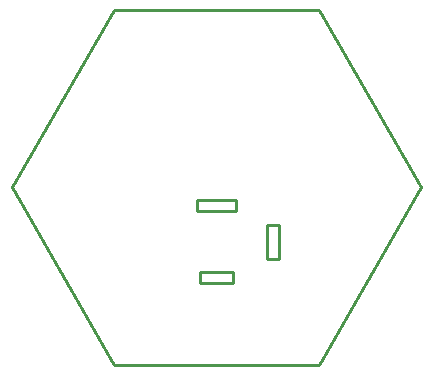
<source format=gbr>
G04 EAGLE Gerber RS-274X export*
G75*
%MOMM*%
%FSLAX34Y34*%
%LPD*%
%IN*%
%IPPOS*%
%AMOC8*
5,1,8,0,0,1.08239X$1,22.5*%
G01*
%ADD10C,0.254000*%


D10*
X173002Y346202D02*
X259602Y196202D01*
X432802Y196202D01*
X519402Y346202D01*
X432802Y496202D01*
X259602Y496202D01*
X173002Y346202D01*
X332227Y264949D02*
X360227Y264949D01*
X360227Y274949D01*
X332227Y274949D01*
X332227Y264949D01*
X329727Y325949D02*
X362727Y325949D01*
X362727Y335949D01*
X329727Y335949D01*
X329727Y325949D01*
X389227Y285949D02*
X399227Y285949D01*
X399227Y313949D01*
X389227Y313949D01*
X389227Y285949D01*
M02*

</source>
